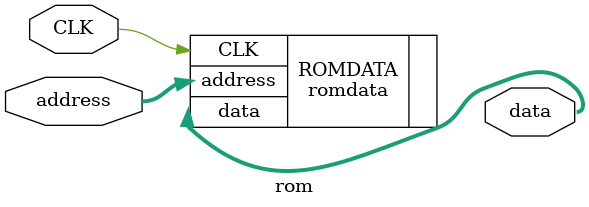
<source format=v>
`include "romdata.v"

module rom(
    input wire CLK,
    input wire [15:0] address,
    output wire [31:0] data
  );

  // This will be a placeholder for actual
  // writable ROM that we'll figure out later
  romdata ROMDATA(
    .CLK(CLK),
    .address(address),
    .data(data)
    );

endmodule

</source>
